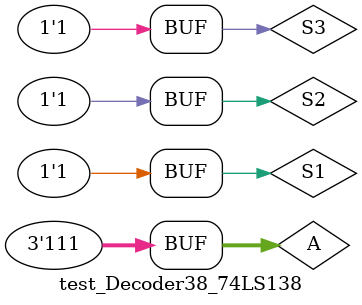
<source format=v>
/*
 * 程序功能：Testbench for 74LS138--3线-8线译码器
 */
`timescale 1ns/100ps
module test_Decoder38_74LS138();
  reg S1, S2, S3;
  reg [2:0] A;
  wire [7:0] Y;
  Decoder38_74LS138 decoder(S1, S2, S3, A, Y);
  initial begin
        S1 = 0; S2 = 0; S3 = 0; A = 3'o7;
    # 1 S1 = 1; S2 = 1; S3 = 1; A = 3'o0;
    # 1 S1 = 1; S2 = 1; S3 = 1; A = 3'o1;
    # 1 S1 = 1; S2 = 1; S3 = 1; A = 3'o2;
    # 1 S1 = 1; S2 = 1; S3 = 1; A = 3'o3;
    # 1 S1 = 1; S2 = 1; S3 = 1; A = 3'o4;
    # 1 S1 = 1; S2 = 1; S3 = 1; A = 3'o5;
    # 1 S1 = 1; S2 = 1; S3 = 1; A = 3'o6;
    # 1 S1 = 1; S2 = 1; S3 = 1; A = 3'o7;
  end
endmodule

</source>
